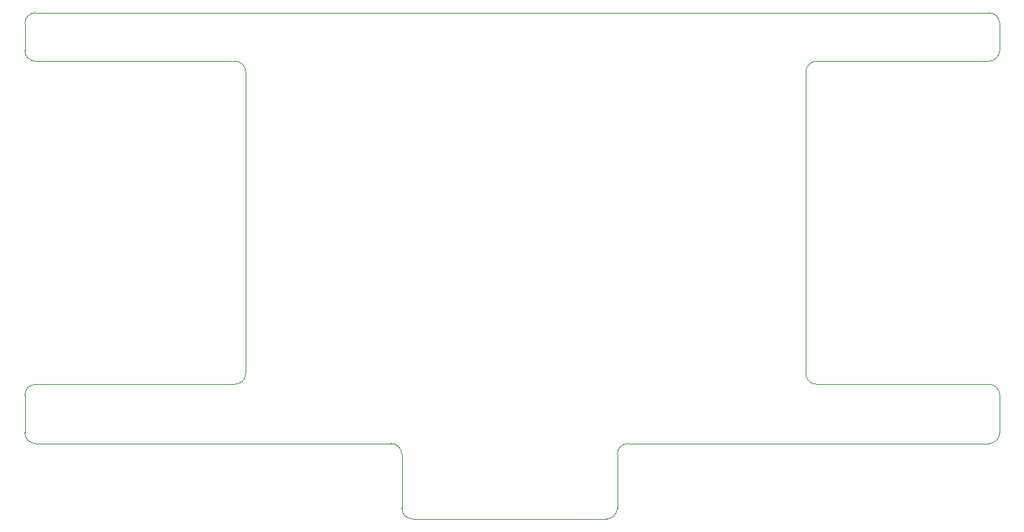
<source format=gm1>
%TF.GenerationSoftware,KiCad,Pcbnew,(5.99.0-11177-g6c67dfa032)*%
%TF.CreationDate,2021-07-15T10:53:04+10:00*%
%TF.ProjectId,4x8x8 LED Matrix Clock,34783878-3820-44c4-9544-204d61747269,rev?*%
%TF.SameCoordinates,Original*%
%TF.FileFunction,Profile,NP*%
%FSLAX46Y46*%
G04 Gerber Fmt 4.6, Leading zero omitted, Abs format (unit mm)*
G04 Created by KiCad (PCBNEW (5.99.0-11177-g6c67dfa032)) date 2021-07-15 10:53:04*
%MOMM*%
%LPD*%
G01*
G04 APERTURE LIST*
%TA.AperFunction,Profile*%
%ADD10C,0.100000*%
%TD*%
G04 APERTURE END LIST*
D10*
X189230000Y-50165000D02*
G75*
G02*
X190500000Y-51435000I0J-1270000D01*
G01*
X189230000Y-55880000D02*
G75*
G03*
X190500000Y-54610000I0J1270000D01*
G01*
X167640000Y-57150000D02*
G75*
G02*
X168910000Y-55880000I1270000J0D01*
G01*
X168910000Y-93980000D02*
G75*
G02*
X167640000Y-92710000I0J1270000D01*
G01*
X190500000Y-95250000D02*
G75*
G03*
X189230000Y-93980000I-1270000J0D01*
G01*
X189230000Y-100965000D02*
G75*
G03*
X190500000Y-99695000I0J1270000D01*
G01*
X145415000Y-102235000D02*
G75*
G02*
X146685000Y-100965000I1270000J0D01*
G01*
X144145000Y-109855000D02*
G75*
G03*
X145415000Y-108585000I0J1270000D01*
G01*
X121285000Y-109855000D02*
G75*
G02*
X120015000Y-108585000I0J1270000D01*
G01*
X120015000Y-102235000D02*
G75*
G03*
X118745000Y-100965000I-1270000J0D01*
G01*
X76835000Y-100965000D02*
G75*
G02*
X75565000Y-99695000I0J1270000D01*
G01*
X75565000Y-95250000D02*
G75*
G02*
X76835000Y-93980000I1270000J0D01*
G01*
X100330000Y-93980000D02*
G75*
G03*
X101600000Y-92710000I0J1270000D01*
G01*
X101600000Y-57150000D02*
G75*
G03*
X100330000Y-55880000I-1270000J0D01*
G01*
X76835000Y-55880000D02*
G75*
G02*
X75565000Y-54610000I0J1270000D01*
G01*
X75565000Y-51435000D02*
G75*
G02*
X76835000Y-50165000I1270000J0D01*
G01*
X190500000Y-54610000D02*
X190500000Y-51435000D01*
X168910000Y-55880000D02*
X189230000Y-55880000D01*
X167640000Y-92710000D02*
X167640000Y-57150000D01*
X189230000Y-93980000D02*
X168910000Y-93980000D01*
X190500000Y-99695000D02*
X190500000Y-95250000D01*
X146685000Y-100965000D02*
X189230000Y-100965000D01*
X145415000Y-108585000D02*
X145415000Y-102235000D01*
X140970000Y-109855000D02*
X144145000Y-109855000D01*
X121285000Y-109855000D02*
X140970000Y-109855000D01*
X120015000Y-102235000D02*
X120015000Y-108585000D01*
X76835000Y-100965000D02*
X118745000Y-100965000D01*
X75565000Y-95250000D02*
X75565000Y-99695000D01*
X100330000Y-93980000D02*
X76835000Y-93980000D01*
X101600000Y-57150000D02*
X101600000Y-92710000D01*
X76835000Y-55880000D02*
X100330000Y-55880000D01*
X75565000Y-51435000D02*
X75565000Y-54610000D01*
X189230000Y-50165000D02*
X76835000Y-50165000D01*
M02*

</source>
